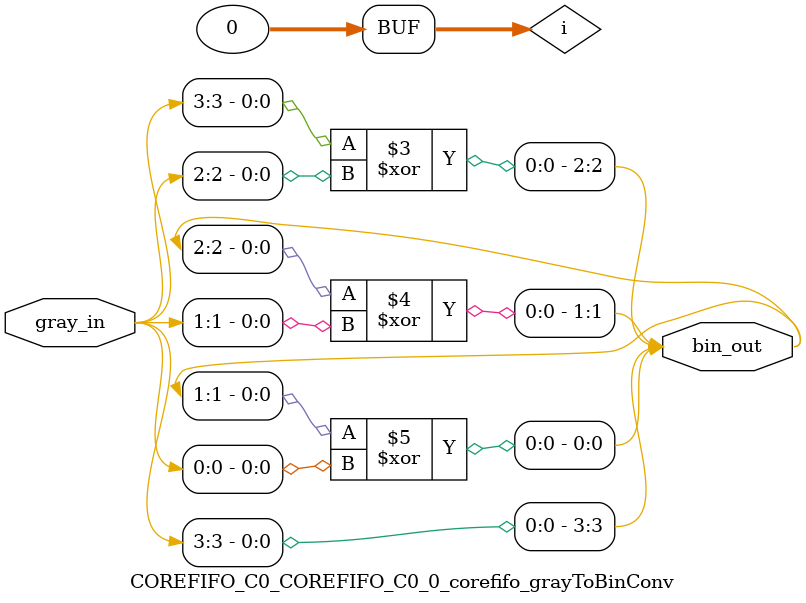
<source format=v>

`timescale 1ns / 100ps

module COREFIFO_C0_COREFIFO_C0_0_corefifo_grayToBinConv(
                                         gray_in,
                                         bin_out
                                        );

   // --------------------------------------------------------------------------
   // Parameter Declaration
   // --------------------------------------------------------------------------
   parameter ADDRWIDTH  = 3;
  // parameter SYNC_RESET = 0;   

   // --------------------------------------------------------------------------
   // I/O Declaration
   // --------------------------------------------------------------------------

   //--------
   // Inputs
   //--------
   input [ADDRWIDTH:0]    gray_in;

   //---------
   // Outputs
   //---------
   output [ADDRWIDTH:0] bin_out;

   // --------------------------------------------------------------------------
   // Internal signals
   // --------------------------------------------------------------------------
   reg [ADDRWIDTH:0]      bin_out;   
   integer                i;
   

   // --------------------------------------------------------------------------
   //                               Start - of - Code
   // --------------------------------------------------------------------------


   // --------------------------------------------------------------------------
   // Logic to Convert the Gray code to Binary
   // --------------------------------------------------------------------------
   always @(*) begin

      bin_out[ADDRWIDTH]  = gray_in[ADDRWIDTH];      

      for(i=ADDRWIDTH;i>0;i = i-1) begin
         bin_out[i-1]     = (bin_out[i] ^ gray_in[i-1]);
      end

   end

endmodule // corefifo_grayToBinConv

// --------------------------------------------------------------------------
//                             End - of - Code
// --------------------------------------------------------------------------

</source>
